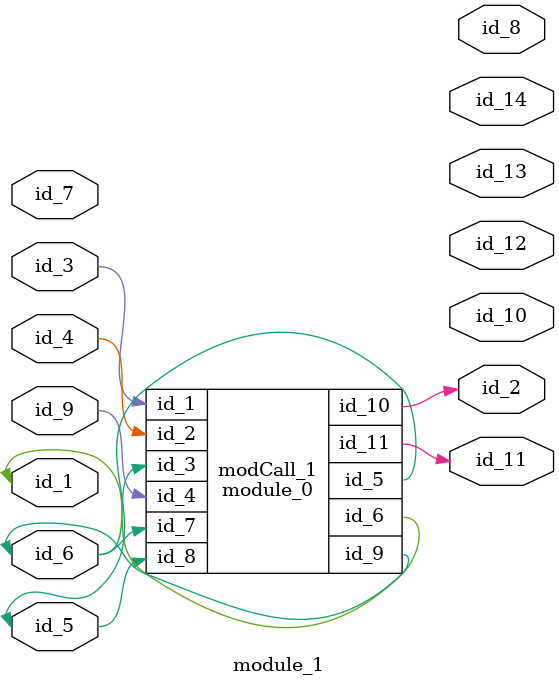
<source format=v>
module module_0 (
    id_1,
    id_2,
    id_3,
    id_4,
    id_5,
    id_6,
    id_7,
    id_8,
    id_9,
    id_10,
    id_11
);
  output wire id_11;
  output wire id_10;
  inout wire id_9;
  input wire id_8;
  input wire id_7;
  inout wire id_6;
  output wire id_5;
  input wire id_4;
  input wire id_3;
  input wire id_2;
  input wire id_1;
  wire id_12;
  ;
endmodule
module module_1 (
    id_1,
    id_2,
    id_3,
    id_4,
    id_5,
    id_6,
    id_7,
    id_8,
    id_9,
    id_10,
    id_11,
    id_12,
    id_13,
    id_14
);
  output wire id_14;
  output wire id_13;
  output wire id_12;
  output wire id_11;
  output wire id_10;
  input wire id_9;
  output wire id_8;
  module_0 modCall_1 (
      id_3,
      id_4,
      id_6,
      id_9,
      id_5,
      id_1,
      id_6,
      id_5,
      id_6,
      id_2,
      id_11
  );
  inout wire id_7;
  inout wire id_6;
  inout wire id_5;
  input wire id_4;
  inout wire id_3;
  output wire id_2;
  inout wire id_1;
  assign id_3 = id_3;
endmodule

</source>
